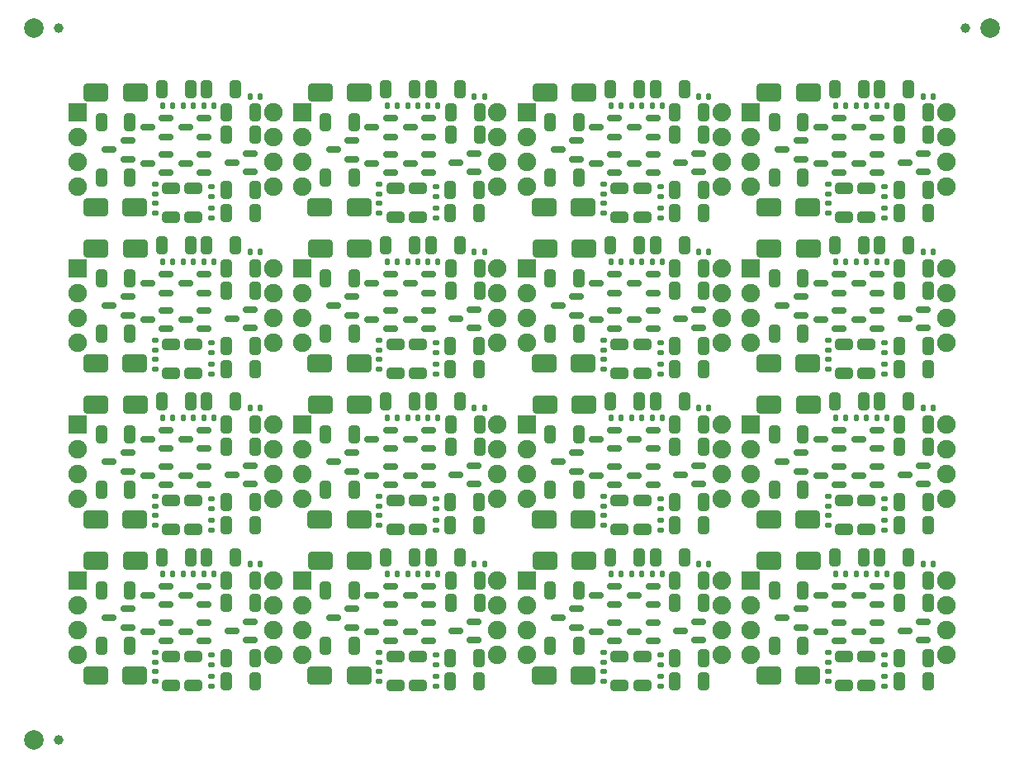
<source format=gts>
%TF.GenerationSoftware,KiCad,Pcbnew,8.0.9-8.0.9-0~ubuntu24.04.1*%
%TF.CreationDate,2025-07-21T09:14:07-04:00*%
%TF.ProjectId,panel,70616e65-6c2e-46b6-9963-61645f706362,0.1.X*%
%TF.SameCoordinates,Original*%
%TF.FileFunction,Soldermask,Top*%
%TF.FilePolarity,Negative*%
%FSLAX46Y46*%
G04 Gerber Fmt 4.6, Leading zero omitted, Abs format (unit mm)*
G04 Created by KiCad (PCBNEW 8.0.9-8.0.9-0~ubuntu24.04.1) date 2025-07-21 09:14:07*
%MOMM*%
%LPD*%
G01*
G04 APERTURE LIST*
G04 Aperture macros list*
%AMRoundRect*
0 Rectangle with rounded corners*
0 $1 Rounding radius*
0 $2 $3 $4 $5 $6 $7 $8 $9 X,Y pos of 4 corners*
0 Add a 4 corners polygon primitive as box body*
4,1,4,$2,$3,$4,$5,$6,$7,$8,$9,$2,$3,0*
0 Add four circle primitives for the rounded corners*
1,1,$1+$1,$2,$3*
1,1,$1+$1,$4,$5*
1,1,$1+$1,$6,$7*
1,1,$1+$1,$8,$9*
0 Add four rect primitives between the rounded corners*
20,1,$1+$1,$2,$3,$4,$5,0*
20,1,$1+$1,$4,$5,$6,$7,0*
20,1,$1+$1,$6,$7,$8,$9,0*
20,1,$1+$1,$8,$9,$2,$3,0*%
G04 Aperture macros list end*
%ADD10RoundRect,0.250000X-0.325000X-0.650000X0.325000X-0.650000X0.325000X0.650000X-0.325000X0.650000X0*%
%ADD11RoundRect,0.135000X-0.135000X-0.185000X0.135000X-0.185000X0.135000X0.185000X-0.135000X0.185000X0*%
%ADD12RoundRect,0.150000X0.587500X0.150000X-0.587500X0.150000X-0.587500X-0.150000X0.587500X-0.150000X0*%
%ADD13RoundRect,0.250000X-0.650000X0.325000X-0.650000X-0.325000X0.650000X-0.325000X0.650000X0.325000X0*%
%ADD14RoundRect,0.250000X-1.000000X-0.650000X1.000000X-0.650000X1.000000X0.650000X-1.000000X0.650000X0*%
%ADD15RoundRect,0.135000X-0.185000X0.135000X-0.185000X-0.135000X0.185000X-0.135000X0.185000X0.135000X0*%
%ADD16RoundRect,0.250000X0.325000X0.650000X-0.325000X0.650000X-0.325000X-0.650000X0.325000X-0.650000X0*%
%ADD17RoundRect,0.135000X0.135000X0.185000X-0.135000X0.185000X-0.135000X-0.185000X0.135000X-0.185000X0*%
%ADD18RoundRect,0.135000X0.185000X-0.135000X0.185000X0.135000X-0.185000X0.135000X-0.185000X-0.135000X0*%
%ADD19R,1.900000X1.900000*%
%ADD20C,1.900000*%
%ADD21RoundRect,0.250000X1.000000X0.650000X-1.000000X0.650000X-1.000000X-0.650000X1.000000X-0.650000X0*%
%ADD22C,2.000000*%
%ADD23C,1.000000*%
G04 APERTURE END LIST*
D10*
%TO.C,C11*%
X91175000Y-37450000D03*
X94125000Y-37450000D03*
%TD*%
D11*
%TO.C,R2*%
X65890000Y-42450000D03*
X66910000Y-42450000D03*
%TD*%
D12*
%TO.C,Q3*%
X39012500Y-49350000D03*
X39012500Y-47450000D03*
X37137500Y-48400000D03*
%TD*%
D13*
%TO.C,C13*%
X85540000Y-34925000D03*
X85540000Y-37875000D03*
%TD*%
D14*
%TO.C,D4*%
X8805000Y-52900000D03*
X12805000Y-52900000D03*
%TD*%
D13*
%TO.C,C14*%
X41850000Y-34925000D03*
X41850000Y-37875000D03*
%TD*%
D10*
%TO.C,C11*%
X45175000Y-53450000D03*
X48125000Y-53450000D03*
%TD*%
D12*
%TO.C,Q2*%
X65937500Y-45650000D03*
X65937500Y-43750000D03*
X64062500Y-44700000D03*
%TD*%
D13*
%TO.C,C14*%
X87850000Y-18925000D03*
X87850000Y-21875000D03*
%TD*%
D10*
%TO.C,C3*%
X91200000Y-11150000D03*
X94150000Y-11150000D03*
%TD*%
D15*
%TO.C,R10*%
X89700000Y-34740000D03*
X89700000Y-35760000D03*
%TD*%
D11*
%TO.C,R2*%
X65890000Y-10450000D03*
X66910000Y-10450000D03*
%TD*%
D12*
%TO.C,Q3*%
X39012500Y-17350000D03*
X39012500Y-15450000D03*
X37137500Y-16400000D03*
%TD*%
D15*
%TO.C,R10*%
X20700000Y-34740000D03*
X20700000Y-35760000D03*
%TD*%
%TO.C,R8*%
X14900000Y-34540000D03*
X14900000Y-35560000D03*
%TD*%
D16*
%TO.C,C4*%
X71150000Y-29450000D03*
X68200000Y-29450000D03*
%TD*%
D12*
%TO.C,Q4*%
X65937500Y-17350000D03*
X65937500Y-15450000D03*
X64062500Y-16400000D03*
%TD*%
D17*
%TO.C,R5*%
X71660000Y-9500000D03*
X70640000Y-9500000D03*
%TD*%
D18*
%TO.C,R7*%
X89700000Y-70010000D03*
X89700000Y-68990000D03*
%TD*%
D15*
%TO.C,R10*%
X43700000Y-66740000D03*
X43700000Y-67760000D03*
%TD*%
D13*
%TO.C,C14*%
X87850000Y-34925000D03*
X87850000Y-37875000D03*
%TD*%
D16*
%TO.C,C10*%
X94125000Y-35150000D03*
X91175000Y-35150000D03*
%TD*%
D10*
%TO.C,C11*%
X68175000Y-37450000D03*
X71125000Y-37450000D03*
%TD*%
D16*
%TO.C,C5*%
X81325000Y-28150000D03*
X78375000Y-28150000D03*
%TD*%
D17*
%TO.C,R5*%
X48660000Y-57500000D03*
X47640000Y-57500000D03*
%TD*%
D14*
%TO.C,D4*%
X54805000Y-20900000D03*
X58805000Y-20900000D03*
%TD*%
D10*
%TO.C,C11*%
X22175000Y-53450000D03*
X25125000Y-53450000D03*
%TD*%
D12*
%TO.C,Q3*%
X16012500Y-65350000D03*
X16012500Y-63450000D03*
X14137500Y-64400000D03*
%TD*%
D16*
%TO.C,C5*%
X81325000Y-12150000D03*
X78375000Y-12150000D03*
%TD*%
D13*
%TO.C,C14*%
X18850000Y-34925000D03*
X18850000Y-37875000D03*
%TD*%
D12*
%TO.C,D3*%
X47637500Y-33250000D03*
X47637500Y-31350000D03*
X45762500Y-32300000D03*
%TD*%
D15*
%TO.C,R9*%
X37900000Y-68440000D03*
X37900000Y-69460000D03*
%TD*%
D16*
%TO.C,C12*%
X35325000Y-49850000D03*
X32375000Y-49850000D03*
%TD*%
D13*
%TO.C,C13*%
X16540000Y-66925000D03*
X16540000Y-69875000D03*
%TD*%
D12*
%TO.C,Q1*%
X16012500Y-13650000D03*
X16012500Y-11750000D03*
X14137500Y-12700000D03*
%TD*%
D13*
%TO.C,C13*%
X16540000Y-34925000D03*
X16540000Y-37875000D03*
%TD*%
D10*
%TO.C,C3*%
X45200000Y-43150000D03*
X48150000Y-43150000D03*
%TD*%
D19*
%TO.C,J1*%
X7000000Y-27190000D03*
D20*
X7000000Y-29730000D03*
X7000000Y-32270000D03*
X7000000Y-34810000D03*
X27000000Y-34810000D03*
X27000000Y-32270000D03*
X27000000Y-29730000D03*
X27000000Y-27190000D03*
%TD*%
D12*
%TO.C,Q2*%
X88937500Y-45650000D03*
X88937500Y-43750000D03*
X87062500Y-44700000D03*
%TD*%
D16*
%TO.C,C6*%
X41525000Y-8800000D03*
X38575000Y-8800000D03*
%TD*%
%TO.C,C5*%
X58325000Y-44150000D03*
X55375000Y-44150000D03*
%TD*%
%TO.C,C6*%
X87525000Y-8800000D03*
X84575000Y-8800000D03*
%TD*%
D15*
%TO.C,R9*%
X14900000Y-20440000D03*
X14900000Y-21460000D03*
%TD*%
%TO.C,R9*%
X37900000Y-20440000D03*
X37900000Y-21460000D03*
%TD*%
D10*
%TO.C,C3*%
X68200000Y-27150000D03*
X71150000Y-27150000D03*
%TD*%
%TO.C,C11*%
X68175000Y-53450000D03*
X71125000Y-53450000D03*
%TD*%
D11*
%TO.C,R3*%
X61690000Y-42450000D03*
X62710000Y-42450000D03*
%TD*%
D15*
%TO.C,R10*%
X66700000Y-18740000D03*
X66700000Y-19760000D03*
%TD*%
D12*
%TO.C,Q1*%
X39012500Y-45650000D03*
X39012500Y-43750000D03*
X37137500Y-44700000D03*
%TD*%
D11*
%TO.C,R2*%
X88890000Y-58450000D03*
X89910000Y-58450000D03*
%TD*%
D16*
%TO.C,C5*%
X12325000Y-12150000D03*
X9375000Y-12150000D03*
%TD*%
D13*
%TO.C,C14*%
X64850000Y-34925000D03*
X64850000Y-37875000D03*
%TD*%
D21*
%TO.C,D1*%
X35850000Y-41100000D03*
X31850000Y-41100000D03*
%TD*%
D16*
%TO.C,C4*%
X71150000Y-45450000D03*
X68200000Y-45450000D03*
%TD*%
D12*
%TO.C,Q3*%
X16012500Y-33350000D03*
X16012500Y-31450000D03*
X14137500Y-32400000D03*
%TD*%
%TO.C,D3*%
X70637500Y-17250000D03*
X70637500Y-15350000D03*
X68762500Y-16300000D03*
%TD*%
%TO.C,D2*%
X35087500Y-15950000D03*
X35087500Y-14050000D03*
X33212500Y-15000000D03*
%TD*%
%TO.C,Q4*%
X88937500Y-49350000D03*
X88937500Y-47450000D03*
X87062500Y-48400000D03*
%TD*%
D10*
%TO.C,C3*%
X68200000Y-59150000D03*
X71150000Y-59150000D03*
%TD*%
D11*
%TO.C,R3*%
X61690000Y-26450000D03*
X62710000Y-26450000D03*
%TD*%
D10*
%TO.C,C3*%
X22200000Y-27150000D03*
X25150000Y-27150000D03*
%TD*%
D15*
%TO.C,R8*%
X37900000Y-66540000D03*
X37900000Y-67560000D03*
%TD*%
D22*
%TO.C,KiKit_TO_2*%
X100500000Y-2500000D03*
%TD*%
D21*
%TO.C,D1*%
X12850000Y-9100000D03*
X8850000Y-9100000D03*
%TD*%
D10*
%TO.C,C11*%
X68175000Y-21450000D03*
X71125000Y-21450000D03*
%TD*%
D18*
%TO.C,R7*%
X43700000Y-70010000D03*
X43700000Y-68990000D03*
%TD*%
D11*
%TO.C,R3*%
X84690000Y-26450000D03*
X85710000Y-26450000D03*
%TD*%
%TO.C,R4*%
X63790000Y-42450000D03*
X64810000Y-42450000D03*
%TD*%
D12*
%TO.C,D3*%
X93637500Y-65250000D03*
X93637500Y-63350000D03*
X91762500Y-64300000D03*
%TD*%
D14*
%TO.C,D4*%
X31805000Y-36900000D03*
X35805000Y-36900000D03*
%TD*%
D18*
%TO.C,R7*%
X89700000Y-22010000D03*
X89700000Y-20990000D03*
%TD*%
D10*
%TO.C,C3*%
X45200000Y-27150000D03*
X48150000Y-27150000D03*
%TD*%
D12*
%TO.C,Q2*%
X19937500Y-29650000D03*
X19937500Y-27750000D03*
X18062500Y-28700000D03*
%TD*%
D14*
%TO.C,D4*%
X54805000Y-36900000D03*
X58805000Y-36900000D03*
%TD*%
D12*
%TO.C,Q4*%
X65937500Y-65350000D03*
X65937500Y-63450000D03*
X64062500Y-64400000D03*
%TD*%
D13*
%TO.C,C13*%
X39540000Y-50925000D03*
X39540000Y-53875000D03*
%TD*%
D11*
%TO.C,R4*%
X63790000Y-10450000D03*
X64810000Y-10450000D03*
%TD*%
D12*
%TO.C,Q4*%
X42937500Y-17350000D03*
X42937500Y-15450000D03*
X41062500Y-16400000D03*
%TD*%
D15*
%TO.C,R8*%
X60900000Y-66540000D03*
X60900000Y-67560000D03*
%TD*%
D10*
%TO.C,C7*%
X89200000Y-24800000D03*
X92150000Y-24800000D03*
%TD*%
D16*
%TO.C,C4*%
X71150000Y-13450000D03*
X68200000Y-13450000D03*
%TD*%
%TO.C,C6*%
X64525000Y-56800000D03*
X61575000Y-56800000D03*
%TD*%
D11*
%TO.C,R3*%
X15690000Y-10450000D03*
X16710000Y-10450000D03*
%TD*%
D12*
%TO.C,Q3*%
X85012500Y-33350000D03*
X85012500Y-31450000D03*
X83137500Y-32400000D03*
%TD*%
D15*
%TO.C,R10*%
X20700000Y-18740000D03*
X20700000Y-19760000D03*
%TD*%
D19*
%TO.C,J1*%
X76000000Y-27190000D03*
D20*
X76000000Y-29730000D03*
X76000000Y-32270000D03*
X76000000Y-34810000D03*
X96000000Y-34810000D03*
X96000000Y-32270000D03*
X96000000Y-29730000D03*
X96000000Y-27190000D03*
%TD*%
D15*
%TO.C,R9*%
X37900000Y-36440000D03*
X37900000Y-37460000D03*
%TD*%
D16*
%TO.C,C5*%
X35325000Y-60150000D03*
X32375000Y-60150000D03*
%TD*%
D19*
%TO.C,J1*%
X7000000Y-11190000D03*
D20*
X7000000Y-13730000D03*
X7000000Y-16270000D03*
X7000000Y-18810000D03*
X27000000Y-18810000D03*
X27000000Y-16270000D03*
X27000000Y-13730000D03*
X27000000Y-11190000D03*
%TD*%
D12*
%TO.C,Q3*%
X39012500Y-33350000D03*
X39012500Y-31450000D03*
X37137500Y-32400000D03*
%TD*%
D15*
%TO.C,R8*%
X37900000Y-34540000D03*
X37900000Y-35560000D03*
%TD*%
D14*
%TO.C,D4*%
X54805000Y-68900000D03*
X58805000Y-68900000D03*
%TD*%
D21*
%TO.C,D1*%
X58850000Y-41100000D03*
X54850000Y-41100000D03*
%TD*%
D16*
%TO.C,C4*%
X25150000Y-29450000D03*
X22200000Y-29450000D03*
%TD*%
%TO.C,C12*%
X12325000Y-17850000D03*
X9375000Y-17850000D03*
%TD*%
D10*
%TO.C,C7*%
X43200000Y-24800000D03*
X46150000Y-24800000D03*
%TD*%
D16*
%TO.C,C4*%
X48150000Y-29450000D03*
X45200000Y-29450000D03*
%TD*%
D12*
%TO.C,Q4*%
X19937500Y-49350000D03*
X19937500Y-47450000D03*
X18062500Y-48400000D03*
%TD*%
%TO.C,Q3*%
X39012500Y-65350000D03*
X39012500Y-63450000D03*
X37137500Y-64400000D03*
%TD*%
D11*
%TO.C,R2*%
X42890000Y-10450000D03*
X43910000Y-10450000D03*
%TD*%
D13*
%TO.C,C14*%
X41850000Y-18925000D03*
X41850000Y-21875000D03*
%TD*%
D11*
%TO.C,R4*%
X86790000Y-26450000D03*
X87810000Y-26450000D03*
%TD*%
D12*
%TO.C,D3*%
X70637500Y-33250000D03*
X70637500Y-31350000D03*
X68762500Y-32300000D03*
%TD*%
D16*
%TO.C,C10*%
X71125000Y-19150000D03*
X68175000Y-19150000D03*
%TD*%
D15*
%TO.C,R10*%
X20700000Y-50740000D03*
X20700000Y-51760000D03*
%TD*%
D10*
%TO.C,C7*%
X20200000Y-8800000D03*
X23150000Y-8800000D03*
%TD*%
D14*
%TO.C,D4*%
X77805000Y-20900000D03*
X81805000Y-20900000D03*
%TD*%
D10*
%TO.C,C11*%
X91175000Y-69450000D03*
X94125000Y-69450000D03*
%TD*%
D12*
%TO.C,D2*%
X58087500Y-31950000D03*
X58087500Y-30050000D03*
X56212500Y-31000000D03*
%TD*%
D16*
%TO.C,C6*%
X41525000Y-24800000D03*
X38575000Y-24800000D03*
%TD*%
D11*
%TO.C,R4*%
X40790000Y-58450000D03*
X41810000Y-58450000D03*
%TD*%
D12*
%TO.C,Q3*%
X16012500Y-17350000D03*
X16012500Y-15450000D03*
X14137500Y-16400000D03*
%TD*%
D11*
%TO.C,R4*%
X40790000Y-42450000D03*
X41810000Y-42450000D03*
%TD*%
D12*
%TO.C,D3*%
X24637500Y-17250000D03*
X24637500Y-15350000D03*
X22762500Y-16300000D03*
%TD*%
D15*
%TO.C,R8*%
X83900000Y-50540000D03*
X83900000Y-51560000D03*
%TD*%
D19*
%TO.C,J1*%
X53000000Y-11190000D03*
D20*
X53000000Y-13730000D03*
X53000000Y-16270000D03*
X53000000Y-18810000D03*
X73000000Y-18810000D03*
X73000000Y-16270000D03*
X73000000Y-13730000D03*
X73000000Y-11190000D03*
%TD*%
D12*
%TO.C,D2*%
X81087500Y-63950000D03*
X81087500Y-62050000D03*
X79212500Y-63000000D03*
%TD*%
%TO.C,D2*%
X12087500Y-15950000D03*
X12087500Y-14050000D03*
X10212500Y-15000000D03*
%TD*%
D11*
%TO.C,R4*%
X63790000Y-58450000D03*
X64810000Y-58450000D03*
%TD*%
D12*
%TO.C,D3*%
X47637500Y-17250000D03*
X47637500Y-15350000D03*
X45762500Y-16300000D03*
%TD*%
D14*
%TO.C,D4*%
X8805000Y-20900000D03*
X12805000Y-20900000D03*
%TD*%
D13*
%TO.C,C13*%
X39540000Y-18925000D03*
X39540000Y-21875000D03*
%TD*%
D10*
%TO.C,C7*%
X89200000Y-8800000D03*
X92150000Y-8800000D03*
%TD*%
D16*
%TO.C,C4*%
X94150000Y-61450000D03*
X91200000Y-61450000D03*
%TD*%
D11*
%TO.C,R2*%
X88890000Y-10450000D03*
X89910000Y-10450000D03*
%TD*%
D13*
%TO.C,C14*%
X18850000Y-66925000D03*
X18850000Y-69875000D03*
%TD*%
D14*
%TO.C,D4*%
X31805000Y-52900000D03*
X35805000Y-52900000D03*
%TD*%
D16*
%TO.C,C4*%
X25150000Y-45450000D03*
X22200000Y-45450000D03*
%TD*%
D12*
%TO.C,D3*%
X93637500Y-33250000D03*
X93637500Y-31350000D03*
X91762500Y-32300000D03*
%TD*%
D11*
%TO.C,R4*%
X86790000Y-42450000D03*
X87810000Y-42450000D03*
%TD*%
D10*
%TO.C,C7*%
X89200000Y-56800000D03*
X92150000Y-56800000D03*
%TD*%
D12*
%TO.C,Q1*%
X85012500Y-61650000D03*
X85012500Y-59750000D03*
X83137500Y-60700000D03*
%TD*%
D21*
%TO.C,D1*%
X81850000Y-41100000D03*
X77850000Y-41100000D03*
%TD*%
%TO.C,D1*%
X58850000Y-25100000D03*
X54850000Y-25100000D03*
%TD*%
D14*
%TO.C,D4*%
X31805000Y-68900000D03*
X35805000Y-68900000D03*
%TD*%
D11*
%TO.C,R3*%
X38690000Y-26450000D03*
X39710000Y-26450000D03*
%TD*%
D10*
%TO.C,C7*%
X43200000Y-56800000D03*
X46150000Y-56800000D03*
%TD*%
D12*
%TO.C,Q2*%
X65937500Y-61650000D03*
X65937500Y-59750000D03*
X64062500Y-60700000D03*
%TD*%
%TO.C,Q1*%
X16012500Y-45650000D03*
X16012500Y-43750000D03*
X14137500Y-44700000D03*
%TD*%
D10*
%TO.C,C3*%
X22200000Y-43150000D03*
X25150000Y-43150000D03*
%TD*%
D12*
%TO.C,D2*%
X81087500Y-47950000D03*
X81087500Y-46050000D03*
X79212500Y-47000000D03*
%TD*%
D16*
%TO.C,C10*%
X25125000Y-19150000D03*
X22175000Y-19150000D03*
%TD*%
D21*
%TO.C,D1*%
X35850000Y-57100000D03*
X31850000Y-57100000D03*
%TD*%
D15*
%TO.C,R8*%
X14900000Y-66540000D03*
X14900000Y-67560000D03*
%TD*%
D16*
%TO.C,C5*%
X35325000Y-12150000D03*
X32375000Y-12150000D03*
%TD*%
D10*
%TO.C,C7*%
X66200000Y-56800000D03*
X69150000Y-56800000D03*
%TD*%
D12*
%TO.C,D2*%
X12087500Y-63950000D03*
X12087500Y-62050000D03*
X10212500Y-63000000D03*
%TD*%
D16*
%TO.C,C10*%
X94125000Y-19150000D03*
X91175000Y-19150000D03*
%TD*%
D15*
%TO.C,R8*%
X60900000Y-50540000D03*
X60900000Y-51560000D03*
%TD*%
%TO.C,R8*%
X14900000Y-50540000D03*
X14900000Y-51560000D03*
%TD*%
D12*
%TO.C,D2*%
X35087500Y-63950000D03*
X35087500Y-62050000D03*
X33212500Y-63000000D03*
%TD*%
D13*
%TO.C,C13*%
X62540000Y-66925000D03*
X62540000Y-69875000D03*
%TD*%
D12*
%TO.C,Q4*%
X65937500Y-49350000D03*
X65937500Y-47450000D03*
X64062500Y-48400000D03*
%TD*%
D14*
%TO.C,D4*%
X77805000Y-36900000D03*
X81805000Y-36900000D03*
%TD*%
D16*
%TO.C,C5*%
X12325000Y-44150000D03*
X9375000Y-44150000D03*
%TD*%
D12*
%TO.C,Q2*%
X88937500Y-29650000D03*
X88937500Y-27750000D03*
X87062500Y-28700000D03*
%TD*%
D15*
%TO.C,R8*%
X83900000Y-18540000D03*
X83900000Y-19560000D03*
%TD*%
%TO.C,R10*%
X43700000Y-34740000D03*
X43700000Y-35760000D03*
%TD*%
D13*
%TO.C,C13*%
X85540000Y-18925000D03*
X85540000Y-21875000D03*
%TD*%
D11*
%TO.C,R2*%
X42890000Y-26450000D03*
X43910000Y-26450000D03*
%TD*%
D17*
%TO.C,R5*%
X48660000Y-9500000D03*
X47640000Y-9500000D03*
%TD*%
D11*
%TO.C,R3*%
X38690000Y-42450000D03*
X39710000Y-42450000D03*
%TD*%
D12*
%TO.C,Q2*%
X42937500Y-13650000D03*
X42937500Y-11750000D03*
X41062500Y-12700000D03*
%TD*%
%TO.C,Q3*%
X62012500Y-49350000D03*
X62012500Y-47450000D03*
X60137500Y-48400000D03*
%TD*%
%TO.C,Q4*%
X88937500Y-65350000D03*
X88937500Y-63450000D03*
X87062500Y-64400000D03*
%TD*%
D11*
%TO.C,R2*%
X88890000Y-26450000D03*
X89910000Y-26450000D03*
%TD*%
D21*
%TO.C,D1*%
X12850000Y-57100000D03*
X8850000Y-57100000D03*
%TD*%
D15*
%TO.C,R10*%
X89700000Y-18740000D03*
X89700000Y-19760000D03*
%TD*%
D21*
%TO.C,D1*%
X58850000Y-57100000D03*
X54850000Y-57100000D03*
%TD*%
D19*
%TO.C,J1*%
X7000000Y-43190000D03*
D20*
X7000000Y-45730000D03*
X7000000Y-48270000D03*
X7000000Y-50810000D03*
X27000000Y-50810000D03*
X27000000Y-48270000D03*
X27000000Y-45730000D03*
X27000000Y-43190000D03*
%TD*%
D16*
%TO.C,C6*%
X41525000Y-56800000D03*
X38575000Y-56800000D03*
%TD*%
%TO.C,C4*%
X48150000Y-13450000D03*
X45200000Y-13450000D03*
%TD*%
D11*
%TO.C,R3*%
X15690000Y-42450000D03*
X16710000Y-42450000D03*
%TD*%
%TO.C,R4*%
X86790000Y-10450000D03*
X87810000Y-10450000D03*
%TD*%
%TO.C,R2*%
X19890000Y-10450000D03*
X20910000Y-10450000D03*
%TD*%
D16*
%TO.C,C5*%
X58325000Y-12150000D03*
X55375000Y-12150000D03*
%TD*%
D15*
%TO.C,R10*%
X66700000Y-34740000D03*
X66700000Y-35760000D03*
%TD*%
D12*
%TO.C,Q1*%
X62012500Y-45650000D03*
X62012500Y-43750000D03*
X60137500Y-44700000D03*
%TD*%
D15*
%TO.C,R8*%
X37900000Y-18540000D03*
X37900000Y-19560000D03*
%TD*%
D12*
%TO.C,Q4*%
X19937500Y-65350000D03*
X19937500Y-63450000D03*
X18062500Y-64400000D03*
%TD*%
D13*
%TO.C,C14*%
X64850000Y-66925000D03*
X64850000Y-69875000D03*
%TD*%
D15*
%TO.C,R10*%
X43700000Y-50740000D03*
X43700000Y-51760000D03*
%TD*%
D16*
%TO.C,C10*%
X71125000Y-67150000D03*
X68175000Y-67150000D03*
%TD*%
D21*
%TO.C,D1*%
X81850000Y-57100000D03*
X77850000Y-57100000D03*
%TD*%
D12*
%TO.C,D2*%
X58087500Y-63950000D03*
X58087500Y-62050000D03*
X56212500Y-63000000D03*
%TD*%
%TO.C,Q1*%
X85012500Y-45650000D03*
X85012500Y-43750000D03*
X83137500Y-44700000D03*
%TD*%
D15*
%TO.C,R10*%
X20700000Y-66740000D03*
X20700000Y-67760000D03*
%TD*%
D17*
%TO.C,R5*%
X25660000Y-9500000D03*
X24640000Y-9500000D03*
%TD*%
D16*
%TO.C,C6*%
X18525000Y-8800000D03*
X15575000Y-8800000D03*
%TD*%
D10*
%TO.C,C7*%
X43200000Y-40800000D03*
X46150000Y-40800000D03*
%TD*%
D16*
%TO.C,C6*%
X87525000Y-56800000D03*
X84575000Y-56800000D03*
%TD*%
D15*
%TO.C,R9*%
X83900000Y-52440000D03*
X83900000Y-53460000D03*
%TD*%
D18*
%TO.C,R7*%
X66700000Y-38010000D03*
X66700000Y-36990000D03*
%TD*%
D12*
%TO.C,Q3*%
X85012500Y-65350000D03*
X85012500Y-63450000D03*
X83137500Y-64400000D03*
%TD*%
D16*
%TO.C,C12*%
X12325000Y-65850000D03*
X9375000Y-65850000D03*
%TD*%
D14*
%TO.C,D4*%
X77805000Y-68900000D03*
X81805000Y-68900000D03*
%TD*%
D16*
%TO.C,C10*%
X71125000Y-35150000D03*
X68175000Y-35150000D03*
%TD*%
D11*
%TO.C,R3*%
X15690000Y-58450000D03*
X16710000Y-58450000D03*
%TD*%
D15*
%TO.C,R9*%
X83900000Y-36440000D03*
X83900000Y-37460000D03*
%TD*%
D21*
%TO.C,D1*%
X81850000Y-9100000D03*
X77850000Y-9100000D03*
%TD*%
D13*
%TO.C,C13*%
X39540000Y-66925000D03*
X39540000Y-69875000D03*
%TD*%
D15*
%TO.C,R8*%
X60900000Y-34540000D03*
X60900000Y-35560000D03*
%TD*%
D13*
%TO.C,C14*%
X64850000Y-18925000D03*
X64850000Y-21875000D03*
%TD*%
D12*
%TO.C,Q2*%
X19937500Y-61650000D03*
X19937500Y-59750000D03*
X18062500Y-60700000D03*
%TD*%
D10*
%TO.C,C3*%
X68200000Y-11150000D03*
X71150000Y-11150000D03*
%TD*%
D18*
%TO.C,R7*%
X66700000Y-70010000D03*
X66700000Y-68990000D03*
%TD*%
%TO.C,R7*%
X89700000Y-54010000D03*
X89700000Y-52990000D03*
%TD*%
D16*
%TO.C,C10*%
X71125000Y-51150000D03*
X68175000Y-51150000D03*
%TD*%
D10*
%TO.C,C3*%
X45200000Y-11150000D03*
X48150000Y-11150000D03*
%TD*%
D18*
%TO.C,R7*%
X66700000Y-22010000D03*
X66700000Y-20990000D03*
%TD*%
D16*
%TO.C,C12*%
X81325000Y-33850000D03*
X78375000Y-33850000D03*
%TD*%
D17*
%TO.C,R5*%
X71660000Y-57500000D03*
X70640000Y-57500000D03*
%TD*%
D12*
%TO.C,Q4*%
X88937500Y-17350000D03*
X88937500Y-15450000D03*
X87062500Y-16400000D03*
%TD*%
D16*
%TO.C,C10*%
X94125000Y-51150000D03*
X91175000Y-51150000D03*
%TD*%
D12*
%TO.C,Q3*%
X16012500Y-49350000D03*
X16012500Y-47450000D03*
X14137500Y-48400000D03*
%TD*%
D16*
%TO.C,C4*%
X25150000Y-61450000D03*
X22200000Y-61450000D03*
%TD*%
%TO.C,C12*%
X12325000Y-49850000D03*
X9375000Y-49850000D03*
%TD*%
D12*
%TO.C,Q2*%
X65937500Y-13650000D03*
X65937500Y-11750000D03*
X64062500Y-12700000D03*
%TD*%
%TO.C,Q4*%
X19937500Y-33350000D03*
X19937500Y-31450000D03*
X18062500Y-32400000D03*
%TD*%
D18*
%TO.C,R7*%
X20700000Y-54010000D03*
X20700000Y-52990000D03*
%TD*%
D16*
%TO.C,C4*%
X71150000Y-61450000D03*
X68200000Y-61450000D03*
%TD*%
D23*
%TO.C,KiKit_FID_T_3*%
X5000000Y-75500000D03*
%TD*%
D16*
%TO.C,C12*%
X35325000Y-17850000D03*
X32375000Y-17850000D03*
%TD*%
D10*
%TO.C,C7*%
X66200000Y-40800000D03*
X69150000Y-40800000D03*
%TD*%
D16*
%TO.C,C4*%
X94150000Y-29450000D03*
X91200000Y-29450000D03*
%TD*%
D11*
%TO.C,R2*%
X88890000Y-42450000D03*
X89910000Y-42450000D03*
%TD*%
%TO.C,R4*%
X17790000Y-42450000D03*
X18810000Y-42450000D03*
%TD*%
D12*
%TO.C,D2*%
X58087500Y-15950000D03*
X58087500Y-14050000D03*
X56212500Y-15000000D03*
%TD*%
%TO.C,Q4*%
X42937500Y-33350000D03*
X42937500Y-31450000D03*
X41062500Y-32400000D03*
%TD*%
D15*
%TO.C,R10*%
X66700000Y-66740000D03*
X66700000Y-67760000D03*
%TD*%
D18*
%TO.C,R7*%
X89700000Y-38010000D03*
X89700000Y-36990000D03*
%TD*%
D11*
%TO.C,R2*%
X42890000Y-42450000D03*
X43910000Y-42450000D03*
%TD*%
D12*
%TO.C,Q1*%
X39012500Y-29650000D03*
X39012500Y-27750000D03*
X37137500Y-28700000D03*
%TD*%
D11*
%TO.C,R3*%
X15690000Y-26450000D03*
X16710000Y-26450000D03*
%TD*%
D12*
%TO.C,Q4*%
X42937500Y-49350000D03*
X42937500Y-47450000D03*
X41062500Y-48400000D03*
%TD*%
D17*
%TO.C,R5*%
X94660000Y-57500000D03*
X93640000Y-57500000D03*
%TD*%
D16*
%TO.C,C12*%
X81325000Y-49850000D03*
X78375000Y-49850000D03*
%TD*%
%TO.C,C6*%
X64525000Y-8800000D03*
X61575000Y-8800000D03*
%TD*%
D15*
%TO.C,R10*%
X66700000Y-50740000D03*
X66700000Y-51760000D03*
%TD*%
D16*
%TO.C,C10*%
X48125000Y-67150000D03*
X45175000Y-67150000D03*
%TD*%
D10*
%TO.C,C7*%
X43200000Y-8800000D03*
X46150000Y-8800000D03*
%TD*%
D16*
%TO.C,C12*%
X58325000Y-49850000D03*
X55375000Y-49850000D03*
%TD*%
D18*
%TO.C,R7*%
X20700000Y-22010000D03*
X20700000Y-20990000D03*
%TD*%
D16*
%TO.C,C10*%
X48125000Y-35150000D03*
X45175000Y-35150000D03*
%TD*%
D15*
%TO.C,R9*%
X60900000Y-52440000D03*
X60900000Y-53460000D03*
%TD*%
%TO.C,R9*%
X60900000Y-68440000D03*
X60900000Y-69460000D03*
%TD*%
D16*
%TO.C,C5*%
X35325000Y-44150000D03*
X32375000Y-44150000D03*
%TD*%
D19*
%TO.C,J1*%
X30000000Y-11190000D03*
D20*
X30000000Y-13730000D03*
X30000000Y-16270000D03*
X30000000Y-18810000D03*
X50000000Y-18810000D03*
X50000000Y-16270000D03*
X50000000Y-13730000D03*
X50000000Y-11190000D03*
%TD*%
D17*
%TO.C,R5*%
X48660000Y-25500000D03*
X47640000Y-25500000D03*
%TD*%
D10*
%TO.C,C11*%
X22175000Y-21450000D03*
X25125000Y-21450000D03*
%TD*%
D16*
%TO.C,C10*%
X25125000Y-67150000D03*
X22175000Y-67150000D03*
%TD*%
D12*
%TO.C,Q3*%
X62012500Y-17350000D03*
X62012500Y-15450000D03*
X60137500Y-16400000D03*
%TD*%
%TO.C,D2*%
X58087500Y-47950000D03*
X58087500Y-46050000D03*
X56212500Y-47000000D03*
%TD*%
D15*
%TO.C,R8*%
X14900000Y-18540000D03*
X14900000Y-19560000D03*
%TD*%
D16*
%TO.C,C12*%
X81325000Y-65850000D03*
X78375000Y-65850000D03*
%TD*%
D12*
%TO.C,Q1*%
X39012500Y-61650000D03*
X39012500Y-59750000D03*
X37137500Y-60700000D03*
%TD*%
D10*
%TO.C,C11*%
X91175000Y-21450000D03*
X94125000Y-21450000D03*
%TD*%
D16*
%TO.C,C5*%
X12325000Y-60150000D03*
X9375000Y-60150000D03*
%TD*%
D21*
%TO.C,D1*%
X35850000Y-9100000D03*
X31850000Y-9100000D03*
%TD*%
D12*
%TO.C,Q1*%
X85012500Y-13650000D03*
X85012500Y-11750000D03*
X83137500Y-12700000D03*
%TD*%
%TO.C,D2*%
X35087500Y-31950000D03*
X35087500Y-30050000D03*
X33212500Y-31000000D03*
%TD*%
D16*
%TO.C,C5*%
X58325000Y-28150000D03*
X55375000Y-28150000D03*
%TD*%
D15*
%TO.C,R9*%
X83900000Y-20440000D03*
X83900000Y-21460000D03*
%TD*%
D13*
%TO.C,C14*%
X41850000Y-66925000D03*
X41850000Y-69875000D03*
%TD*%
D15*
%TO.C,R9*%
X83900000Y-68440000D03*
X83900000Y-69460000D03*
%TD*%
D19*
%TO.C,J1*%
X53000000Y-27190000D03*
D20*
X53000000Y-29730000D03*
X53000000Y-32270000D03*
X53000000Y-34810000D03*
X73000000Y-34810000D03*
X73000000Y-32270000D03*
X73000000Y-29730000D03*
X73000000Y-27190000D03*
%TD*%
D10*
%TO.C,C11*%
X68175000Y-69450000D03*
X71125000Y-69450000D03*
%TD*%
D12*
%TO.C,D2*%
X35087500Y-47950000D03*
X35087500Y-46050000D03*
X33212500Y-47000000D03*
%TD*%
%TO.C,D2*%
X12087500Y-47950000D03*
X12087500Y-46050000D03*
X10212500Y-47000000D03*
%TD*%
D23*
%TO.C,KiKit_FID_T_2*%
X98000000Y-2500000D03*
%TD*%
D11*
%TO.C,R3*%
X38690000Y-58450000D03*
X39710000Y-58450000D03*
%TD*%
%TO.C,R2*%
X19890000Y-26450000D03*
X20910000Y-26450000D03*
%TD*%
D10*
%TO.C,C11*%
X22175000Y-69450000D03*
X25125000Y-69450000D03*
%TD*%
D21*
%TO.C,D1*%
X35850000Y-25100000D03*
X31850000Y-25100000D03*
%TD*%
D17*
%TO.C,R5*%
X25660000Y-25500000D03*
X24640000Y-25500000D03*
%TD*%
D16*
%TO.C,C12*%
X81325000Y-17850000D03*
X78375000Y-17850000D03*
%TD*%
D10*
%TO.C,C3*%
X91200000Y-27150000D03*
X94150000Y-27150000D03*
%TD*%
D15*
%TO.C,R9*%
X14900000Y-68440000D03*
X14900000Y-69460000D03*
%TD*%
D14*
%TO.C,D4*%
X8805000Y-36900000D03*
X12805000Y-36900000D03*
%TD*%
D11*
%TO.C,R2*%
X42890000Y-58450000D03*
X43910000Y-58450000D03*
%TD*%
D16*
%TO.C,C12*%
X12325000Y-33850000D03*
X9375000Y-33850000D03*
%TD*%
D12*
%TO.C,Q2*%
X19937500Y-45650000D03*
X19937500Y-43750000D03*
X18062500Y-44700000D03*
%TD*%
D11*
%TO.C,R4*%
X17790000Y-26450000D03*
X18810000Y-26450000D03*
%TD*%
D17*
%TO.C,R5*%
X71660000Y-41500000D03*
X70640000Y-41500000D03*
%TD*%
D15*
%TO.C,R8*%
X37900000Y-50540000D03*
X37900000Y-51560000D03*
%TD*%
D10*
%TO.C,C7*%
X20200000Y-56800000D03*
X23150000Y-56800000D03*
%TD*%
%TO.C,C11*%
X45175000Y-21450000D03*
X48125000Y-21450000D03*
%TD*%
%TO.C,C7*%
X20200000Y-40800000D03*
X23150000Y-40800000D03*
%TD*%
D13*
%TO.C,C14*%
X41850000Y-50925000D03*
X41850000Y-53875000D03*
%TD*%
D16*
%TO.C,C10*%
X25125000Y-51150000D03*
X22175000Y-51150000D03*
%TD*%
D14*
%TO.C,D4*%
X77805000Y-52900000D03*
X81805000Y-52900000D03*
%TD*%
D12*
%TO.C,Q1*%
X62012500Y-13650000D03*
X62012500Y-11750000D03*
X60137500Y-12700000D03*
%TD*%
D16*
%TO.C,C10*%
X25125000Y-35150000D03*
X22175000Y-35150000D03*
%TD*%
D12*
%TO.C,Q4*%
X88937500Y-33350000D03*
X88937500Y-31450000D03*
X87062500Y-32400000D03*
%TD*%
D15*
%TO.C,R9*%
X14900000Y-52440000D03*
X14900000Y-53460000D03*
%TD*%
D12*
%TO.C,Q2*%
X88937500Y-13650000D03*
X88937500Y-11750000D03*
X87062500Y-12700000D03*
%TD*%
D17*
%TO.C,R5*%
X48660000Y-41500000D03*
X47640000Y-41500000D03*
%TD*%
D15*
%TO.C,R10*%
X89700000Y-50740000D03*
X89700000Y-51760000D03*
%TD*%
D10*
%TO.C,C3*%
X45200000Y-59150000D03*
X48150000Y-59150000D03*
%TD*%
D19*
%TO.C,J1*%
X7000000Y-59190000D03*
D20*
X7000000Y-61730000D03*
X7000000Y-64270000D03*
X7000000Y-66810000D03*
X27000000Y-66810000D03*
X27000000Y-64270000D03*
X27000000Y-61730000D03*
X27000000Y-59190000D03*
%TD*%
D13*
%TO.C,C13*%
X62540000Y-34925000D03*
X62540000Y-37875000D03*
%TD*%
D16*
%TO.C,C4*%
X48150000Y-45450000D03*
X45200000Y-45450000D03*
%TD*%
D12*
%TO.C,Q2*%
X65937500Y-29650000D03*
X65937500Y-27750000D03*
X64062500Y-28700000D03*
%TD*%
D19*
%TO.C,J1*%
X30000000Y-43190000D03*
D20*
X30000000Y-45730000D03*
X30000000Y-48270000D03*
X30000000Y-50810000D03*
X50000000Y-50810000D03*
X50000000Y-48270000D03*
X50000000Y-45730000D03*
X50000000Y-43190000D03*
%TD*%
D11*
%TO.C,R4*%
X17790000Y-10450000D03*
X18810000Y-10450000D03*
%TD*%
%TO.C,R4*%
X17790000Y-58450000D03*
X18810000Y-58450000D03*
%TD*%
%TO.C,R4*%
X63790000Y-26450000D03*
X64810000Y-26450000D03*
%TD*%
D16*
%TO.C,C6*%
X64525000Y-24800000D03*
X61575000Y-24800000D03*
%TD*%
D12*
%TO.C,Q2*%
X88937500Y-61650000D03*
X88937500Y-59750000D03*
X87062500Y-60700000D03*
%TD*%
D10*
%TO.C,C7*%
X89200000Y-40800000D03*
X92150000Y-40800000D03*
%TD*%
D22*
%TO.C,KiKit_TO_3*%
X2500000Y-75500000D03*
%TD*%
D13*
%TO.C,C14*%
X64850000Y-50925000D03*
X64850000Y-53875000D03*
%TD*%
D16*
%TO.C,C4*%
X94150000Y-13450000D03*
X91200000Y-13450000D03*
%TD*%
%TO.C,C6*%
X18525000Y-40800000D03*
X15575000Y-40800000D03*
%TD*%
D22*
%TO.C,KiKit_TO_1*%
X2500000Y-2500000D03*
%TD*%
D12*
%TO.C,Q1*%
X62012500Y-61650000D03*
X62012500Y-59750000D03*
X60137500Y-60700000D03*
%TD*%
%TO.C,Q2*%
X19937500Y-13650000D03*
X19937500Y-11750000D03*
X18062500Y-12700000D03*
%TD*%
%TO.C,D3*%
X93637500Y-49250000D03*
X93637500Y-47350000D03*
X91762500Y-48300000D03*
%TD*%
D16*
%TO.C,C6*%
X64525000Y-40800000D03*
X61575000Y-40800000D03*
%TD*%
%TO.C,C6*%
X18525000Y-56800000D03*
X15575000Y-56800000D03*
%TD*%
D12*
%TO.C,D3*%
X70637500Y-49250000D03*
X70637500Y-47350000D03*
X68762500Y-48300000D03*
%TD*%
D10*
%TO.C,C11*%
X45175000Y-69450000D03*
X48125000Y-69450000D03*
%TD*%
D21*
%TO.C,D1*%
X81850000Y-25100000D03*
X77850000Y-25100000D03*
%TD*%
D16*
%TO.C,C6*%
X41525000Y-40800000D03*
X38575000Y-40800000D03*
%TD*%
%TO.C,C6*%
X87525000Y-40800000D03*
X84575000Y-40800000D03*
%TD*%
D12*
%TO.C,D2*%
X81087500Y-31950000D03*
X81087500Y-30050000D03*
X79212500Y-31000000D03*
%TD*%
D18*
%TO.C,R7*%
X66700000Y-54010000D03*
X66700000Y-52990000D03*
%TD*%
D15*
%TO.C,R10*%
X43700000Y-18740000D03*
X43700000Y-19760000D03*
%TD*%
D19*
%TO.C,J1*%
X53000000Y-59190000D03*
D20*
X53000000Y-61730000D03*
X53000000Y-64270000D03*
X53000000Y-66810000D03*
X73000000Y-66810000D03*
X73000000Y-64270000D03*
X73000000Y-61730000D03*
X73000000Y-59190000D03*
%TD*%
D13*
%TO.C,C13*%
X16540000Y-50925000D03*
X16540000Y-53875000D03*
%TD*%
D14*
%TO.C,D4*%
X31805000Y-20900000D03*
X35805000Y-20900000D03*
%TD*%
D10*
%TO.C,C7*%
X66200000Y-8800000D03*
X69150000Y-8800000D03*
%TD*%
D12*
%TO.C,Q1*%
X16012500Y-29650000D03*
X16012500Y-27750000D03*
X14137500Y-28700000D03*
%TD*%
D11*
%TO.C,R2*%
X65890000Y-26450000D03*
X66910000Y-26450000D03*
%TD*%
D15*
%TO.C,R9*%
X60900000Y-20440000D03*
X60900000Y-21460000D03*
%TD*%
D21*
%TO.C,D1*%
X58850000Y-9100000D03*
X54850000Y-9100000D03*
%TD*%
%TO.C,D1*%
X12850000Y-25100000D03*
X8850000Y-25100000D03*
%TD*%
D14*
%TO.C,D4*%
X8805000Y-68900000D03*
X12805000Y-68900000D03*
%TD*%
D10*
%TO.C,C7*%
X20200000Y-24800000D03*
X23150000Y-24800000D03*
%TD*%
D12*
%TO.C,D3*%
X93637500Y-17250000D03*
X93637500Y-15350000D03*
X91762500Y-16300000D03*
%TD*%
D10*
%TO.C,C11*%
X22175000Y-37450000D03*
X25125000Y-37450000D03*
%TD*%
D13*
%TO.C,C13*%
X62540000Y-50925000D03*
X62540000Y-53875000D03*
%TD*%
D11*
%TO.C,R4*%
X40790000Y-26450000D03*
X41810000Y-26450000D03*
%TD*%
%TO.C,R3*%
X84690000Y-10450000D03*
X85710000Y-10450000D03*
%TD*%
D16*
%TO.C,C5*%
X12325000Y-28150000D03*
X9375000Y-28150000D03*
%TD*%
D19*
%TO.C,J1*%
X30000000Y-27190000D03*
D20*
X30000000Y-29730000D03*
X30000000Y-32270000D03*
X30000000Y-34810000D03*
X50000000Y-34810000D03*
X50000000Y-32270000D03*
X50000000Y-29730000D03*
X50000000Y-27190000D03*
%TD*%
D16*
%TO.C,C5*%
X35325000Y-28150000D03*
X32375000Y-28150000D03*
%TD*%
D18*
%TO.C,R7*%
X43700000Y-54010000D03*
X43700000Y-52990000D03*
%TD*%
D15*
%TO.C,R9*%
X60900000Y-36440000D03*
X60900000Y-37460000D03*
%TD*%
D19*
%TO.C,J1*%
X76000000Y-11190000D03*
D20*
X76000000Y-13730000D03*
X76000000Y-16270000D03*
X76000000Y-18810000D03*
X96000000Y-18810000D03*
X96000000Y-16270000D03*
X96000000Y-13730000D03*
X96000000Y-11190000D03*
%TD*%
D11*
%TO.C,R3*%
X84690000Y-58450000D03*
X85710000Y-58450000D03*
%TD*%
D16*
%TO.C,C4*%
X94150000Y-45450000D03*
X91200000Y-45450000D03*
%TD*%
D12*
%TO.C,D3*%
X47637500Y-49250000D03*
X47637500Y-47350000D03*
X45762500Y-48300000D03*
%TD*%
D16*
%TO.C,C12*%
X58325000Y-33850000D03*
X55375000Y-33850000D03*
%TD*%
D10*
%TO.C,C3*%
X22200000Y-11150000D03*
X25150000Y-11150000D03*
%TD*%
D16*
%TO.C,C12*%
X58325000Y-17850000D03*
X55375000Y-17850000D03*
%TD*%
D12*
%TO.C,Q4*%
X19937500Y-17350000D03*
X19937500Y-15450000D03*
X18062500Y-16400000D03*
%TD*%
%TO.C,D2*%
X12087500Y-31950000D03*
X12087500Y-30050000D03*
X10212500Y-31000000D03*
%TD*%
D17*
%TO.C,R5*%
X25660000Y-57500000D03*
X24640000Y-57500000D03*
%TD*%
D12*
%TO.C,D3*%
X47637500Y-65250000D03*
X47637500Y-63350000D03*
X45762500Y-64300000D03*
%TD*%
D15*
%TO.C,R10*%
X89700000Y-66740000D03*
X89700000Y-67760000D03*
%TD*%
D10*
%TO.C,C11*%
X91175000Y-53450000D03*
X94125000Y-53450000D03*
%TD*%
D16*
%TO.C,C10*%
X48125000Y-19150000D03*
X45175000Y-19150000D03*
%TD*%
D17*
%TO.C,R5*%
X94660000Y-41500000D03*
X93640000Y-41500000D03*
%TD*%
D11*
%TO.C,R3*%
X61690000Y-10450000D03*
X62710000Y-10450000D03*
%TD*%
D17*
%TO.C,R5*%
X94660000Y-9500000D03*
X93640000Y-9500000D03*
%TD*%
D13*
%TO.C,C13*%
X85540000Y-50925000D03*
X85540000Y-53875000D03*
%TD*%
D18*
%TO.C,R7*%
X20700000Y-38010000D03*
X20700000Y-36990000D03*
%TD*%
D16*
%TO.C,C6*%
X87525000Y-24800000D03*
X84575000Y-24800000D03*
%TD*%
D11*
%TO.C,R2*%
X65890000Y-58450000D03*
X66910000Y-58450000D03*
%TD*%
D12*
%TO.C,D3*%
X70637500Y-65250000D03*
X70637500Y-63350000D03*
X68762500Y-64300000D03*
%TD*%
D10*
%TO.C,C3*%
X91200000Y-59150000D03*
X94150000Y-59150000D03*
%TD*%
D11*
%TO.C,R3*%
X38690000Y-10450000D03*
X39710000Y-10450000D03*
%TD*%
D12*
%TO.C,Q4*%
X65937500Y-33350000D03*
X65937500Y-31450000D03*
X64062500Y-32400000D03*
%TD*%
D13*
%TO.C,C13*%
X39540000Y-34925000D03*
X39540000Y-37875000D03*
%TD*%
D12*
%TO.C,D3*%
X24637500Y-49250000D03*
X24637500Y-47350000D03*
X22762500Y-48300000D03*
%TD*%
D23*
%TO.C,KiKit_FID_T_1*%
X5000000Y-2500000D03*
%TD*%
D12*
%TO.C,Q1*%
X39012500Y-13650000D03*
X39012500Y-11750000D03*
X37137500Y-12700000D03*
%TD*%
D10*
%TO.C,C3*%
X91200000Y-43150000D03*
X94150000Y-43150000D03*
%TD*%
%TO.C,C3*%
X68200000Y-43150000D03*
X71150000Y-43150000D03*
%TD*%
D12*
%TO.C,Q2*%
X42937500Y-29650000D03*
X42937500Y-27750000D03*
X41062500Y-28700000D03*
%TD*%
D11*
%TO.C,R4*%
X86790000Y-58450000D03*
X87810000Y-58450000D03*
%TD*%
D16*
%TO.C,C5*%
X58325000Y-60150000D03*
X55375000Y-60150000D03*
%TD*%
D10*
%TO.C,C7*%
X66200000Y-24800000D03*
X69150000Y-24800000D03*
%TD*%
D13*
%TO.C,C14*%
X87850000Y-66925000D03*
X87850000Y-69875000D03*
%TD*%
D19*
%TO.C,J1*%
X30000000Y-59190000D03*
D20*
X30000000Y-61730000D03*
X30000000Y-64270000D03*
X30000000Y-66810000D03*
X50000000Y-66810000D03*
X50000000Y-64270000D03*
X50000000Y-61730000D03*
X50000000Y-59190000D03*
%TD*%
D16*
%TO.C,C10*%
X48125000Y-51150000D03*
X45175000Y-51150000D03*
%TD*%
D11*
%TO.C,R4*%
X40790000Y-10450000D03*
X41810000Y-10450000D03*
%TD*%
D12*
%TO.C,D3*%
X24637500Y-65250000D03*
X24637500Y-63350000D03*
X22762500Y-64300000D03*
%TD*%
D16*
%TO.C,C5*%
X81325000Y-60150000D03*
X78375000Y-60150000D03*
%TD*%
D11*
%TO.C,R3*%
X61690000Y-58450000D03*
X62710000Y-58450000D03*
%TD*%
D13*
%TO.C,C13*%
X16540000Y-18925000D03*
X16540000Y-21875000D03*
%TD*%
%TO.C,C14*%
X18850000Y-18925000D03*
X18850000Y-21875000D03*
%TD*%
D10*
%TO.C,C3*%
X22200000Y-59150000D03*
X25150000Y-59150000D03*
%TD*%
D16*
%TO.C,C6*%
X18525000Y-24800000D03*
X15575000Y-24800000D03*
%TD*%
D19*
%TO.C,J1*%
X76000000Y-59190000D03*
D20*
X76000000Y-61730000D03*
X76000000Y-64270000D03*
X76000000Y-66810000D03*
X96000000Y-66810000D03*
X96000000Y-64270000D03*
X96000000Y-61730000D03*
X96000000Y-59190000D03*
%TD*%
D16*
%TO.C,C12*%
X35325000Y-65850000D03*
X32375000Y-65850000D03*
%TD*%
D12*
%TO.C,Q3*%
X85012500Y-49350000D03*
X85012500Y-47450000D03*
X83137500Y-48400000D03*
%TD*%
D16*
%TO.C,C4*%
X25150000Y-13450000D03*
X22200000Y-13450000D03*
%TD*%
D17*
%TO.C,R5*%
X71660000Y-25500000D03*
X70640000Y-25500000D03*
%TD*%
D12*
%TO.C,D2*%
X81087500Y-15950000D03*
X81087500Y-14050000D03*
X79212500Y-15000000D03*
%TD*%
%TO.C,Q1*%
X62012500Y-29650000D03*
X62012500Y-27750000D03*
X60137500Y-28700000D03*
%TD*%
%TO.C,Q2*%
X42937500Y-61650000D03*
X42937500Y-59750000D03*
X41062500Y-60700000D03*
%TD*%
D16*
%TO.C,C5*%
X81325000Y-44150000D03*
X78375000Y-44150000D03*
%TD*%
D15*
%TO.C,R9*%
X37900000Y-52440000D03*
X37900000Y-53460000D03*
%TD*%
D12*
%TO.C,Q4*%
X42937500Y-65350000D03*
X42937500Y-63450000D03*
X41062500Y-64400000D03*
%TD*%
D16*
%TO.C,C10*%
X94125000Y-67150000D03*
X91175000Y-67150000D03*
%TD*%
D12*
%TO.C,Q1*%
X16012500Y-61650000D03*
X16012500Y-59750000D03*
X14137500Y-60700000D03*
%TD*%
D15*
%TO.C,R8*%
X83900000Y-66540000D03*
X83900000Y-67560000D03*
%TD*%
D13*
%TO.C,C14*%
X87850000Y-50925000D03*
X87850000Y-53875000D03*
%TD*%
D16*
%TO.C,C12*%
X58325000Y-65850000D03*
X55375000Y-65850000D03*
%TD*%
D15*
%TO.C,R9*%
X14900000Y-36440000D03*
X14900000Y-37460000D03*
%TD*%
D16*
%TO.C,C4*%
X48150000Y-61450000D03*
X45200000Y-61450000D03*
%TD*%
%TO.C,C12*%
X35325000Y-33850000D03*
X32375000Y-33850000D03*
%TD*%
D12*
%TO.C,D3*%
X24637500Y-33250000D03*
X24637500Y-31350000D03*
X22762500Y-32300000D03*
%TD*%
D11*
%TO.C,R3*%
X84690000Y-42450000D03*
X85710000Y-42450000D03*
%TD*%
D19*
%TO.C,J1*%
X53000000Y-43190000D03*
D20*
X53000000Y-45730000D03*
X53000000Y-48270000D03*
X53000000Y-50810000D03*
X73000000Y-50810000D03*
X73000000Y-48270000D03*
X73000000Y-45730000D03*
X73000000Y-43190000D03*
%TD*%
D17*
%TO.C,R5*%
X94660000Y-25500000D03*
X93640000Y-25500000D03*
%TD*%
D12*
%TO.C,Q2*%
X42937500Y-45650000D03*
X42937500Y-43750000D03*
X41062500Y-44700000D03*
%TD*%
D13*
%TO.C,C13*%
X62540000Y-18925000D03*
X62540000Y-21875000D03*
%TD*%
D11*
%TO.C,R2*%
X19890000Y-42450000D03*
X20910000Y-42450000D03*
%TD*%
D15*
%TO.C,R8*%
X83900000Y-34540000D03*
X83900000Y-35560000D03*
%TD*%
D12*
%TO.C,Q3*%
X62012500Y-33350000D03*
X62012500Y-31450000D03*
X60137500Y-32400000D03*
%TD*%
%TO.C,Q3*%
X85012500Y-17350000D03*
X85012500Y-15450000D03*
X83137500Y-16400000D03*
%TD*%
D21*
%TO.C,D1*%
X12850000Y-41100000D03*
X8850000Y-41100000D03*
%TD*%
D18*
%TO.C,R7*%
X43700000Y-38010000D03*
X43700000Y-36990000D03*
%TD*%
D19*
%TO.C,J1*%
X76000000Y-43190000D03*
D20*
X76000000Y-45730000D03*
X76000000Y-48270000D03*
X76000000Y-50810000D03*
X96000000Y-50810000D03*
X96000000Y-48270000D03*
X96000000Y-45730000D03*
X96000000Y-43190000D03*
%TD*%
D13*
%TO.C,C13*%
X85540000Y-66925000D03*
X85540000Y-69875000D03*
%TD*%
D11*
%TO.C,R2*%
X19890000Y-58450000D03*
X20910000Y-58450000D03*
%TD*%
D18*
%TO.C,R7*%
X20700000Y-70010000D03*
X20700000Y-68990000D03*
%TD*%
D12*
%TO.C,Q3*%
X62012500Y-65350000D03*
X62012500Y-63450000D03*
X60137500Y-64400000D03*
%TD*%
D18*
%TO.C,R7*%
X43700000Y-22010000D03*
X43700000Y-20990000D03*
%TD*%
D15*
%TO.C,R8*%
X60900000Y-18540000D03*
X60900000Y-19560000D03*
%TD*%
D12*
%TO.C,Q1*%
X85012500Y-29650000D03*
X85012500Y-27750000D03*
X83137500Y-28700000D03*
%TD*%
D14*
%TO.C,D4*%
X54805000Y-52900000D03*
X58805000Y-52900000D03*
%TD*%
D17*
%TO.C,R5*%
X25660000Y-41500000D03*
X24640000Y-41500000D03*
%TD*%
D13*
%TO.C,C14*%
X18850000Y-50925000D03*
X18850000Y-53875000D03*
%TD*%
D10*
%TO.C,C11*%
X45175000Y-37450000D03*
X48125000Y-37450000D03*
%TD*%
M02*

</source>
